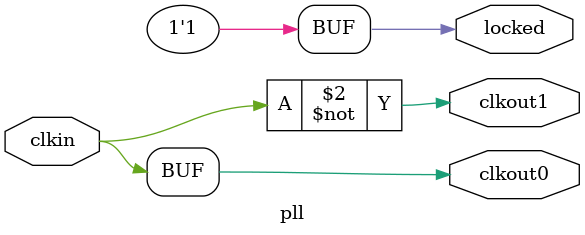
<source format=v>
`timescale 1ns/1ns
module pll
(
    input clkin, // 25 MHz, 0 deg
    output clkout0, // 25 MHz, 0 deg
    output clkout1, // 25 MHz, 180 deg
    output reg locked
);

assign clkout0 = (locked) ? clkin : 1'b0;
assign clkout1 = (locked) ? ~clkin : 1'b0;
initial begin
    locked = 0;
    #180
    locked = 1'b1;
end
endmodule

</source>
